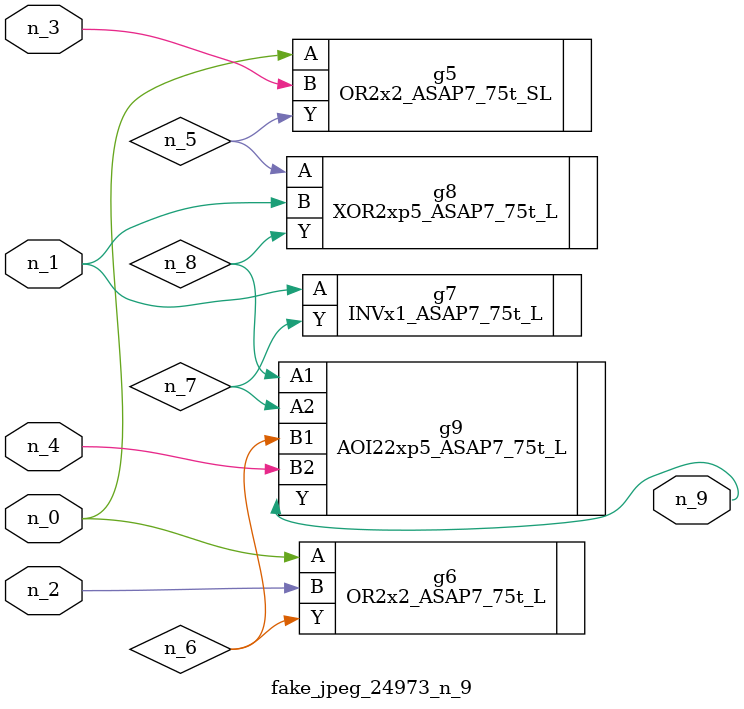
<source format=v>
module fake_jpeg_24973_n_9 (n_3, n_2, n_1, n_0, n_4, n_9);

input n_3;
input n_2;
input n_1;
input n_0;
input n_4;

output n_9;

wire n_8;
wire n_6;
wire n_5;
wire n_7;

OR2x2_ASAP7_75t_SL g5 ( 
.A(n_0),
.B(n_3),
.Y(n_5)
);

OR2x2_ASAP7_75t_L g6 ( 
.A(n_0),
.B(n_2),
.Y(n_6)
);

INVx1_ASAP7_75t_L g7 ( 
.A(n_1),
.Y(n_7)
);

XOR2xp5_ASAP7_75t_L g8 ( 
.A(n_5),
.B(n_1),
.Y(n_8)
);

AOI22xp5_ASAP7_75t_L g9 ( 
.A1(n_8),
.A2(n_7),
.B1(n_6),
.B2(n_4),
.Y(n_9)
);


endmodule
</source>
